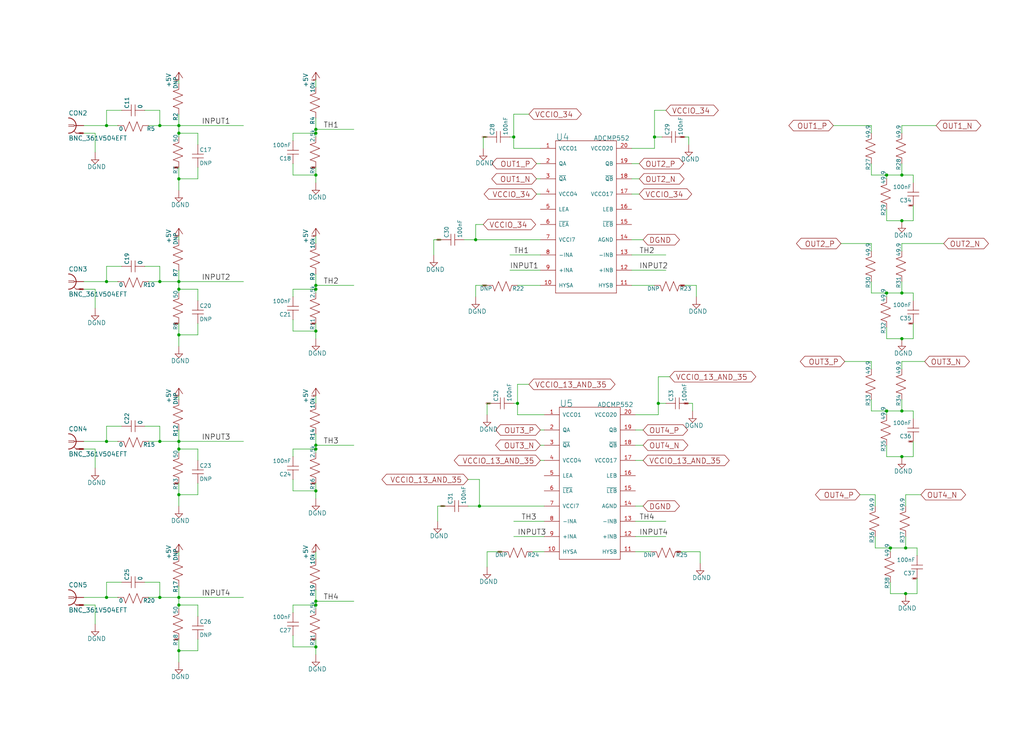
<source format=kicad_sch>
(kicad_sch (version 20231120) (generator "eeschema") (generator_version "8.0")
  (paper "User" 341.757 246.99)
  (lib_symbols
    (symbol "carrier-eagle-import:+5V" (power) (pin_names (offset 1.016))
      (property "Value" "+5V" (at -2.54 -5.08 90))
      (symbol "+5V_1_0"
        (pin power_in line (at 0 -2.54 90) (length 2.54) (name "+5V") (number "1"))
      )
    )
    (symbol "carrier-eagle-import:ADCMP552" (pin_names (offset 1.016))
      (property "Reference" "U" (at -10.16 25.4 0))
      (property "Value" "ADCMP552" (at 2.54 25.4 0))
      (symbol "ADCMP552_1_0"
        (pin bidirectional line (at -15.24 22.86 0) (length 5.08) (name "VCCO1") (number "1"))
        (pin bidirectional line (at -15.24 -22.86 0) (length 5.08) (name "HYSA") (number "10"))
        (pin bidirectional line (at 15.24 -22.86 180) (length 5.08) (name "HYSB") (number "11"))
        (pin bidirectional line (at 15.24 -17.78 180) (length 5.08) (name "+INB") (number "12"))
        (pin bidirectional line (at 15.24 -12.7 180) (length 5.08) (name "-INB") (number "13"))
        (pin bidirectional line (at 15.24 -7.62 180) (length 5.08) (name "AGND") (number "14"))
        (pin bidirectional line (at 15.24 -2.54 180) (length 5.08) (name "~{LEB}") (number "15"))
        (pin bidirectional line (at 15.24 2.54 180) (length 5.08) (name "LEB") (number "16"))
        (pin bidirectional line (at 15.24 7.62 180) (length 5.08) (name "VCCO17") (number "17"))
        (pin bidirectional line (at 15.24 12.7 180) (length 5.08) (name "~{QB}") (number "18"))
        (pin bidirectional line (at 15.24 17.78 180) (length 5.08) (name "QB") (number "19"))
        (pin bidirectional line (at -15.24 17.78 0) (length 5.08) (name "QA") (number "2"))
        (pin bidirectional line (at 15.24 22.86 180) (length 5.08) (name "VCCO20") (number "20"))
        (pin bidirectional line (at -15.24 12.7 0) (length 5.08) (name "~{QA}") (number "3"))
        (pin bidirectional line (at -15.24 7.62 0) (length 5.08) (name "VCCO4") (number "4"))
        (pin bidirectional line (at -15.24 2.54 0) (length 5.08) (name "LEA") (number "5"))
        (pin bidirectional line (at -15.24 -2.54 0) (length 5.08) (name "~{LEA}") (number "6"))
        (pin bidirectional line (at -15.24 -7.62 0) (length 5.08) (name "VCCI7") (number "7"))
        (pin bidirectional line (at -15.24 -12.7 0) (length 5.08) (name "-INA") (number "8"))
        (pin bidirectional line (at -15.24 -17.78 0) (length 5.08) (name "+INA") (number "9"))
      )
    )
    (symbol "carrier-eagle-import:BNC_361V504EFT" (pin_names (offset 1.016))
      (property "Reference" "CON" (at -5.08 3.302 0))
      (property "Value" "BNC_361V504EFT" (at -5.08 -5.08 0))
      (symbol "BNC_361V504EFT_1_0"
        (pin bidirectional line (at 0 -2.54 180) (length 2.54) (name "2") (number "GND$1"))
        (pin bidirectional line (at 0 -2.54 180) (length 2.54) (name "2") (number "GND$2"))
        (pin passive line (at 0 0 180) (length 2.54) (name "1") (number "P$1"))
      )
    )
    (symbol "carrier-eagle-import:C_MLCC_SMDCMLCC_0603" (pin_names (offset 1.016))
      (property "Reference" "C" (at 0.5588 0.0508 0))
      (property "Value" "C_MLCC_SMDCMLCC_0603" (at 0.5588 -4.3688 0))
      (symbol "C_MLCC_SMDCMLCC_0603_1_0"
        (pin passive line (at 0 2.54 270) (length 0) (name "1") (number "P$1"))
        (pin passive line (at 0 -5.08 90) (length 0) (name "2") (number "P$2"))
      )
    )
    (symbol "carrier-eagle-import:DGND" (power) (pin_names (offset 1.016))
      (property "Value" "DGND" (at -2.667 -3.175 0))
      (symbol "DGND_1_0"
        (pin power_in line (at 0 2.54 270) (length 2.54) (name "DGND") (number "1"))
      )
    )
    (symbol "carrier-eagle-import:R_SMDR0603" (pin_names (offset 1.016))
      (property "Reference" "R" (at -7.2898 0.3048 0))
      (property "Value" "R_SMDR0603" (at 3.3274 0.3048 0))
      (symbol "R_SMDR0603_1_0"
        (pin passive line (at -5.08 0 0) (length 0) (name "1") (number "P$1"))
        (pin passive line (at 5.08 0 180) (length 0) (name "2") (number "P$2"))
      )
    )
  )
  (junction (at 105.41 149.86))
  (junction (at 160.02 168.91))
  (junction (at 53.34 147.32))
  (junction (at 105.41 110.49))
  (junction (at 105.41 43.18))
  (junction (at 300.99 58.42))
  (junction (at 172.72 134.62))
  (junction (at 105.41 201.93))
  (junction (at 300.99 97.79))
  (junction (at 297.18 182.88))
  (junction (at 53.34 41.91))
  (junction (at 59.69 147.32))
  (junction (at 300.99 73.66))
  (junction (at 295.91 58.42))
  (junction (at 59.69 41.91))
  (junction (at 59.69 96.52))
  (junction (at 105.41 200.66))
  (junction (at 105.41 163.83))
  (junction (at 53.34 93.98))
  (junction (at 59.69 111.76))
  (junction (at 105.41 44.45))
  (junction (at 59.69 199.39))
  (junction (at 59.69 201.93))
  (junction (at 59.69 217.17))
  (junction (at 219.71 134.62))
  (junction (at 35.56 199.39))
  (junction (at 59.69 59.69))
  (junction (at 59.69 93.98))
  (junction (at 300.99 113.03))
  (junction (at 59.69 165.1))
  (junction (at 35.56 93.98))
  (junction (at 59.69 149.86))
  (junction (at 295.91 137.16))
  (junction (at 295.91 97.79))
  (junction (at 105.41 215.9))
  (junction (at 302.26 182.88))
  (junction (at 302.26 198.12))
  (junction (at 35.56 41.91))
  (junction (at 300.99 137.16))
  (junction (at 105.41 95.25))
  (junction (at 218.44 45.72))
  (junction (at 171.45 45.72))
  (junction (at 59.69 44.45))
  (junction (at 35.56 147.32))
  (junction (at 53.34 199.39))
  (junction (at 105.41 148.59))
  (junction (at 105.41 96.52))
  (junction (at 158.75 80.01))
  (junction (at 300.99 152.4))
  (junction (at 105.41 58.42))
  (wire (pts (xy 40.64 88.9) (xy 35.56 88.9)))
  (wire (pts (xy 59.69 199.39) (xy 81.28 199.39)))
  (wire (pts (xy 232.41 95.25) (xy 232.41 99.06)))
  (wire (pts (xy 212.09 143.51) (xy 214.63 143.51)))
  (wire (pts (xy 219.71 138.43) (xy 212.09 138.43)))
  (wire (pts (xy 66.04 55.88) (xy 66.04 59.69)))
  (wire (pts (xy 105.41 39.37) (xy 105.41 43.18)))
  (wire (pts (xy 66.04 96.52) (xy 66.04 100.33)))
  (wire (pts (xy 53.34 194.31) (xy 53.34 199.39)))
  (wire (pts (xy 210.82 59.69) (xy 213.36 59.69)))
  (wire (pts (xy 300.99 120.65) (xy 308.61 120.65)))
  (wire (pts (xy 300.99 152.4) (xy 295.91 152.4)))
  (wire (pts (xy 59.69 165.1) (xy 59.69 168.91)))
  (wire (pts (xy 300.99 83.82) (xy 300.99 81.28)))
  (wire (pts (xy 302.26 182.88) (xy 297.18 182.88)))
  (wire (pts (xy 97.79 46.99) (xy 97.79 44.45)))
  (wire (pts (xy 146.05 168.91) (xy 146.05 173.99)))
  (wire (pts (xy 105.41 95.25) (xy 118.11 95.25)))
  (wire (pts (xy 210.82 85.09) (xy 222.25 85.09)))
  (wire (pts (xy 290.83 133.35) (xy 290.83 137.16)))
  (wire (pts (xy 171.45 49.53) (xy 180.34 49.53)))
  (wire (pts (xy 53.34 199.39) (xy 59.69 199.39)))
  (wire (pts (xy 290.83 44.45) (xy 290.83 41.91)))
  (wire (pts (xy 97.79 99.06) (xy 97.79 96.52)))
  (wire (pts (xy 105.41 26.67) (xy 105.41 29.21)))
  (wire (pts (xy 212.09 148.59) (xy 214.63 148.59)))
  (wire (pts (xy 105.41 148.59) (xy 118.11 148.59)))
  (wire (pts (xy 97.79 215.9) (xy 105.41 215.9)))
  (wire (pts (xy 59.69 44.45) (xy 66.04 44.45)))
  (wire (pts (xy 59.69 44.45) (xy 59.69 45.72)))
  (wire (pts (xy 35.56 88.9) (xy 35.56 93.98)))
  (wire (pts (xy 292.1 168.91) (xy 292.1 165.1)))
  (wire (pts (xy 105.41 215.9) (xy 105.41 218.44)))
  (wire (pts (xy 181.61 168.91) (xy 160.02 168.91)))
  (wire (pts (xy 306.07 193.04) (xy 306.07 198.12)))
  (wire (pts (xy 233.68 184.15) (xy 233.68 187.96)))
  (wire (pts (xy 59.69 93.98) (xy 81.28 93.98)))
  (wire (pts (xy 27.94 201.93) (xy 31.75 201.93)))
  (wire (pts (xy 302.26 165.1) (xy 307.34 165.1)))
  (wire (pts (xy 181.61 184.15) (xy 177.8 184.15)))
  (wire (pts (xy 295.91 97.79) (xy 295.91 99.06)))
  (wire (pts (xy 300.99 123.19) (xy 300.99 120.65)))
  (wire (pts (xy 59.69 107.95) (xy 59.69 111.76)))
  (wire (pts (xy 27.94 149.86) (xy 31.75 149.86)))
  (wire (pts (xy 147.32 80.01) (xy 144.78 80.01)))
  (wire (pts (xy 59.69 213.36) (xy 59.69 217.17)))
  (wire (pts (xy 53.34 41.91) (xy 59.69 41.91)))
  (wire (pts (xy 210.82 80.01) (xy 214.63 80.01)))
  (wire (pts (xy 181.61 173.99) (xy 171.45 173.99)))
  (wire (pts (xy 300.99 113.03) (xy 295.91 113.03)))
  (wire (pts (xy 229.87 45.72) (xy 229.87 48.26)))
  (wire (pts (xy 59.69 41.91) (xy 81.28 41.91)))
  (wire (pts (xy 105.41 44.45) (xy 105.41 45.72)))
  (wire (pts (xy 210.82 64.77) (xy 213.36 64.77)))
  (wire (pts (xy 49.53 199.39) (xy 53.34 199.39)))
  (wire (pts (xy 53.34 36.83) (xy 53.34 41.91)))
  (wire (pts (xy 176.53 128.27) (xy 172.72 128.27)))
  (wire (pts (xy 212.09 153.67) (xy 214.63 153.67)))
  (wire (pts (xy 219.71 125.73) (xy 219.71 134.62)))
  (wire (pts (xy 97.79 58.42) (xy 105.41 58.42)))
  (wire (pts (xy 66.04 44.45) (xy 66.04 48.26)))
  (wire (pts (xy 35.56 142.24) (xy 35.56 147.32)))
  (wire (pts (xy 59.69 217.17) (xy 59.69 220.98)))
  (wire (pts (xy 156.21 160.02) (xy 160.02 160.02)))
  (wire (pts (xy 292.1 165.1) (xy 287.02 165.1)))
  (wire (pts (xy 295.91 113.03) (xy 295.91 109.22)))
  (wire (pts (xy 97.79 152.4) (xy 97.79 149.86)))
  (wire (pts (xy 180.34 80.01) (xy 158.75 80.01)))
  (wire (pts (xy 290.83 97.79) (xy 295.91 97.79)))
  (wire (pts (xy 300.99 54.61) (xy 300.99 58.42)))
  (wire (pts (xy 97.79 54.61) (xy 97.79 58.42)))
  (wire (pts (xy 59.69 132.08) (xy 59.69 133.35)))
  (wire (pts (xy 228.6 95.25) (xy 232.41 95.25)))
  (wire (pts (xy 59.69 26.67) (xy 59.69 27.94)))
  (wire (pts (xy 304.8 68.58) (xy 304.8 73.66)))
  (wire (pts (xy 40.64 142.24) (xy 35.56 142.24)))
  (wire (pts (xy 105.41 213.36) (xy 105.41 215.9)))
  (wire (pts (xy 180.34 85.09) (xy 170.18 85.09)))
  (wire (pts (xy 300.99 58.42) (xy 295.91 58.42)))
  (wire (pts (xy 105.41 43.18) (xy 118.11 43.18)))
  (wire (pts (xy 48.26 194.31) (xy 53.34 194.31)))
  (wire (pts (xy 181.61 148.59) (xy 180.34 148.59)))
  (wire (pts (xy 66.04 149.86) (xy 66.04 153.67)))
  (wire (pts (xy 223.52 125.73) (xy 219.71 125.73)))
  (wire (pts (xy 295.91 58.42) (xy 295.91 59.69)))
  (wire (pts (xy 228.6 45.72) (xy 229.87 45.72)))
  (wire (pts (xy 53.34 147.32) (xy 59.69 147.32)))
  (wire (pts (xy 97.79 201.93) (xy 105.41 201.93)))
  (wire (pts (xy 27.94 44.45) (xy 31.75 44.45)))
  (wire (pts (xy 300.99 137.16) (xy 304.8 137.16)))
  (wire (pts (xy 59.69 201.93) (xy 59.69 203.2)))
  (wire (pts (xy 304.8 97.79) (xy 304.8 100.33)))
  (wire (pts (xy 97.79 204.47) (xy 97.79 201.93)))
  (wire (pts (xy 27.94 93.98) (xy 35.56 93.98)))
  (wire (pts (xy 35.56 41.91) (xy 39.37 41.91)))
  (wire (pts (xy 300.99 73.66) (xy 295.91 73.66)))
  (wire (pts (xy 105.41 200.66) (xy 118.11 200.66)))
  (wire (pts (xy 59.69 147.32) (xy 81.28 147.32)))
  (wire (pts (xy 212.09 184.15) (xy 217.17 184.15)))
  (wire (pts (xy 180.34 90.17) (xy 170.18 90.17)))
  (wire (pts (xy 49.53 147.32) (xy 53.34 147.32)))
  (wire (pts (xy 66.04 201.93) (xy 66.04 205.74)))
  (wire (pts (xy 304.8 152.4) (xy 300.99 152.4)))
  (wire (pts (xy 290.83 123.19) (xy 290.83 120.65)))
  (wire (pts (xy 59.69 149.86) (xy 59.69 151.13)))
  (wire (pts (xy 218.44 49.53) (xy 210.82 49.53)))
  (wire (pts (xy 48.26 142.24) (xy 53.34 142.24)))
  (wire (pts (xy 300.99 93.98) (xy 300.99 97.79)))
  (wire (pts (xy 231.14 134.62) (xy 231.14 137.16)))
  (wire (pts (xy 180.34 54.61) (xy 179.07 54.61)))
  (wire (pts (xy 27.94 147.32) (xy 35.56 147.32)))
  (wire (pts (xy 27.94 199.39) (xy 35.56 199.39)))
  (wire (pts (xy 180.34 64.77) (xy 179.07 64.77)))
  (wire (pts (xy 59.69 78.74) (xy 59.69 80.01)))
  (wire (pts (xy 59.69 93.98) (xy 59.69 96.52)))
  (wire (pts (xy 181.61 143.51) (xy 180.34 143.51)))
  (wire (pts (xy 300.99 133.35) (xy 300.99 137.16)))
  (wire (pts (xy 302.26 168.91) (xy 302.26 165.1)))
  (wire (pts (xy 222.25 173.99) (xy 212.09 173.99)))
  (wire (pts (xy 180.34 95.25) (xy 172.72 95.25)))
  (wire (pts (xy 181.61 179.07) (xy 171.45 179.07)))
  (wire (pts (xy 290.83 81.28) (xy 280.67 81.28)))
  (wire (pts (xy 66.04 59.69) (xy 59.69 59.69)))
  (wire (pts (xy 300.99 97.79) (xy 304.8 97.79)))
  (wire (pts (xy 295.91 152.4) (xy 295.91 148.59)))
  (wire (pts (xy 97.79 212.09) (xy 97.79 215.9)))
  (wire (pts (xy 59.69 38.1) (xy 59.69 41.91)))
  (wire (pts (xy 97.79 106.68) (xy 97.79 110.49)))
  (wire (pts (xy 300.99 81.28) (xy 314.96 81.28)))
  (wire (pts (xy 35.56 199.39) (xy 39.37 199.39)))
  (wire (pts (xy 302.26 198.12) (xy 297.18 198.12)))
  (wire (pts (xy 160.02 168.91) (xy 156.21 168.91)))
  (wire (pts (xy 167.64 184.15) (xy 162.56 184.15)))
  (wire (pts (xy 304.8 113.03) (xy 300.99 113.03)))
  (wire (pts (xy 105.41 58.42) (xy 105.41 60.96)))
  (wire (pts (xy 306.07 182.88) (xy 306.07 185.42)))
  (wire (pts (xy 31.75 96.52) (xy 31.75 102.87)))
  (wire (pts (xy 59.69 96.52) (xy 59.69 97.79)))
  (wire (pts (xy 35.56 147.32) (xy 39.37 147.32)))
  (wire (pts (xy 105.41 184.15) (xy 105.41 186.69)))
  (wire (pts (xy 59.69 149.86) (xy 66.04 149.86)))
  (wire (pts (xy 218.44 45.72) (xy 220.98 45.72)))
  (wire (pts (xy 171.45 134.62) (xy 172.72 134.62)))
  (wire (pts (xy 105.41 148.59) (xy 105.41 149.86)))
  (wire (pts (xy 292.1 179.07) (xy 292.1 182.88)))
  (wire (pts (xy 66.04 217.17) (xy 59.69 217.17)))
  (wire (pts (xy 48.26 36.83) (xy 53.34 36.83)))
  (wire (pts (xy 304.8 73.66) (xy 300.99 73.66)))
  (wire (pts (xy 290.83 93.98) (xy 290.83 97.79)))
  (wire (pts (xy 49.53 93.98) (xy 53.34 93.98)))
  (wire (pts (xy 292.1 182.88) (xy 297.18 182.88)))
  (wire (pts (xy 290.83 137.16) (xy 295.91 137.16)))
  (wire (pts (xy 158.75 80.01) (xy 154.94 80.01)))
  (wire (pts (xy 59.69 41.91) (xy 59.69 44.45)))
  (wire (pts (xy 144.78 80.01) (xy 144.78 85.09)))
  (wire (pts (xy 172.72 134.62) (xy 172.72 138.43)))
  (wire (pts (xy 35.56 93.98) (xy 39.37 93.98)))
  (wire (pts (xy 97.79 149.86) (xy 105.41 149.86)))
  (wire (pts (xy 59.69 195.58) (xy 59.69 199.39)))
  (wire (pts (xy 229.87 134.62) (xy 231.14 134.62)))
  (wire (pts (xy 219.71 134.62) (xy 219.71 138.43)))
  (wire (pts (xy 59.69 147.32) (xy 59.69 149.86)))
  (wire (pts (xy 290.83 41.91) (xy 278.13 41.91)))
  (wire (pts (xy 148.59 168.91) (xy 146.05 168.91)))
  (wire (pts (xy 300.99 58.42) (xy 304.8 58.42)))
  (wire (pts (xy 53.34 142.24) (xy 53.34 147.32)))
  (wire (pts (xy 59.69 201.93) (xy 66.04 201.93)))
  (wire (pts (xy 53.34 88.9) (xy 53.34 93.98)))
  (wire (pts (xy 40.64 194.31) (xy 35.56 194.31)))
  (wire (pts (xy 105.41 149.86) (xy 105.41 151.13)))
  (wire (pts (xy 97.79 96.52) (xy 105.41 96.52)))
  (wire (pts (xy 66.04 213.36) (xy 66.04 217.17)))
  (wire (pts (xy 158.75 95.25) (xy 158.75 99.06)))
  (wire (pts (xy 290.83 54.61) (xy 290.83 58.42)))
  (wire (pts (xy 105.41 163.83) (xy 105.41 166.37)))
  (wire (pts (xy 97.79 44.45) (xy 105.41 44.45)))
  (wire (pts (xy 304.8 58.42) (xy 304.8 60.96)))
  (wire (pts (xy 31.75 201.93) (xy 31.75 208.28)))
  (wire (pts (xy 35.56 194.31) (xy 35.56 199.39)))
  (wire (pts (xy 210.82 90.17) (xy 222.25 90.17)))
  (wire (pts (xy 297.18 198.12) (xy 297.18 194.31)))
  (wire (pts (xy 304.8 107.95) (xy 304.8 113.03)))
  (wire (pts (xy 295.91 137.16) (xy 295.91 138.43)))
  (wire (pts (xy 105.41 132.08) (xy 105.41 134.62)))
  (wire (pts (xy 218.44 36.83) (xy 218.44 45.72)))
  (wire (pts (xy 49.53 41.91) (xy 53.34 41.91)))
  (wire (pts (xy 105.41 78.74) (xy 105.41 81.28)))
  (wire (pts (xy 27.94 96.52) (xy 31.75 96.52)))
  (wire (pts (xy 105.41 43.18) (xy 105.41 44.45)))
  (wire (pts (xy 162.56 184.15) (xy 162.56 189.23)))
  (wire (pts (xy 59.69 143.51) (xy 59.69 147.32)))
  (wire (pts (xy 158.75 80.01) (xy 158.75 74.93)))
  (wire (pts (xy 161.29 45.72) (xy 161.29 49.53)))
  (wire (pts (xy 105.41 96.52) (xy 105.41 97.79)))
  (wire (pts (xy 300.99 137.16) (xy 295.91 137.16)))
  (wire (pts (xy 59.69 55.88) (xy 59.69 59.69)))
  (wire (pts (xy 97.79 163.83) (xy 105.41 163.83)))
  (wire (pts (xy 105.41 107.95) (xy 105.41 110.49)))
  (wire (pts (xy 162.56 45.72) (xy 161.29 45.72)))
  (wire (pts (xy 218.44 36.83) (xy 222.25 36.83)))
  (wire (pts (xy 304.8 147.32) (xy 304.8 152.4)))
  (wire (pts (xy 302.26 179.07) (xy 302.26 182.88)))
  (wire (pts (xy 59.69 184.15) (xy 59.69 185.42)))
  (wire (pts (xy 222.25 179.07) (xy 212.09 179.07)))
  (wire (pts (xy 59.69 59.69) (xy 59.69 63.5)))
  (wire (pts (xy 66.04 161.29) (xy 66.04 165.1)))
  (wire (pts (xy 172.72 138.43) (xy 181.61 138.43)))
  (wire (pts (xy 66.04 111.76) (xy 59.69 111.76)))
  (wire (pts (xy 170.18 45.72) (xy 171.45 45.72)))
  (wire (pts (xy 105.41 161.29) (xy 105.41 163.83)))
  (wire (pts (xy 302.26 182.88) (xy 306.07 182.88)))
  (wire (pts (xy 105.41 200.66) (xy 105.41 201.93)))
  (wire (pts (xy 53.34 93.98) (xy 59.69 93.98)))
  (wire (pts (xy 171.45 38.1) (xy 176.53 38.1)))
  (wire (pts (xy 59.69 96.52) (xy 66.04 96.52)))
  (wire (pts (xy 105.41 201.93) (xy 105.41 203.2)))
  (wire (pts (xy 105.41 144.78) (xy 105.41 148.59)))
  (wire (pts (xy 105.41 55.88) (xy 105.41 58.42)))
  (wire (pts (xy 227.33 184.15) (xy 233.68 184.15)))
  (wire (pts (xy 105.41 110.49) (xy 105.41 113.03)))
  (wire (pts (xy 66.04 107.95) (xy 66.04 111.76)))
  (wire (pts (xy 48.26 88.9) (xy 53.34 88.9)))
  (wire (pts (xy 105.41 95.25) (xy 105.41 96.52)))
  (wire (pts (xy 97.79 110.49) (xy 105.41 110.49)))
  (wire (pts (xy 306.07 198.12) (xy 302.26 198.12)))
  (wire (pts (xy 59.69 90.17) (xy 59.69 93.98)))
  (wire (pts (xy 290.83 120.65) (xy 281.94 120.65)))
  (wire (pts (xy 66.04 165.1) (xy 59.69 165.1)))
  (wire (pts (xy 171.45 38.1) (xy 171.45 45.72)))
  (wire (pts (xy 31.75 44.45) (xy 31.75 50.8)))
  (wire (pts (xy 59.69 161.29) (xy 59.69 165.1)))
  (wire (pts (xy 105.41 91.44) (xy 105.41 95.25)))
  (wire (pts (xy 210.82 95.25) (xy 218.44 95.25)))
  (wire (pts (xy 290.83 83.82) (xy 290.83 81.28)))
  (wire (pts (xy 59.69 111.76) (xy 59.69 115.57)))
  (wire (pts (xy 160.02 160.02) (xy 160.02 168.91)))
  (wire (pts (xy 59.69 199.39) (xy 59.69 201.93)))
  (wire (pts (xy 297.18 182.88) (xy 297.18 184.15)))
  (wire (pts (xy 40.64 36.83) (xy 35.56 36.83)))
  (wire (pts (xy 158.75 74.93) (xy 161.29 74.93)))
  (wire (pts (xy 300.99 41.91) (xy 312.42 41.91)))
  (wire (pts (xy 290.83 58.42) (xy 295.91 58.42)))
  (wire (pts (xy 97.79 160.02) (xy 97.79 163.83)))
  (wire (pts (xy 162.56 95.25) (xy 158.75 95.25)))
  (wire (pts (xy 35.56 36.83) (xy 35.56 41.91)))
  (wire (pts (xy 219.71 134.62) (xy 222.25 134.62)))
  (wire (pts (xy 218.44 45.72) (xy 218.44 49.53)))
  (wire (pts (xy 304.8 137.16) (xy 304.8 139.7)))
  (wire (pts (xy 172.72 128.27) (xy 172.72 134.62)))
  (wire (pts (xy 105.41 196.85) (xy 105.41 200.66)))
  (wire (pts (xy 171.45 45.72) (xy 171.45 49.53)))
  (wire (pts (xy 162.56 134.62) (xy 162.56 138.43)))
  (wire (pts (xy 180.34 59.69) (xy 179.07 59.69)))
  (wire (pts (xy 295.91 73.66) (xy 295.91 69.85)))
  (wire (pts (xy 212.09 168.91) (xy 214.63 168.91)))
  (wire (pts (xy 31.75 149.86) (xy 31.75 156.21)))
  (wire (pts (xy 27.94 41.91) (xy 35.56 41.91)))
  (wire (pts (xy 300.99 44.45) (xy 300.99 41.91)))
  (wire (pts (xy 181.61 153.67) (xy 180.34 153.67)))
  (wire (pts (xy 210.82 54.61) (xy 213.36 54.61)))
  (wire (pts (xy 163.83 134.62) (xy 162.56 134.62)))
  (wire (pts (xy 300.99 97.79) (xy 295.91 97.79)))
  (label "TH3" (at 173.99 173.99 0) (effects (font (size 1.778 1.778))))
  (label "TH2" (at 213.36 85.09 0) (effects (font (size 1.778 1.778))))
  (label "TH4" (at 107.95 200.66 0) (effects (font (size 1.778 1.778))))
  (label "TH4" (at 213.36 173.99 0) (effects (font (size 1.778 1.778))))
  (label "INPUT4" (at 67.31 199.39 0) (effects (font (size 1.778 1.778))))
  (label "INPUT4" (at 213.36 179.07 0) (effects (font (size 1.778 1.778))))
  (label "INPUT2" (at 67.31 93.98 0) (effects (font (size 1.778 1.778))))
  (label "TH1" (at 171.45 85.09 0) (effects (font (size 1.778 1.778))))
  (label "INPUT1" (at 67.31 41.91 0) (effects (font (size 1.778 1.778))))
  (label "INPUT1" (at 170.18 90.17 0) (effects (font (size 1.778 1.778))))
  (label "INPUT3" (at 172.72 179.07 0) (effects (font (size 1.778 1.778))))
  (label "INPUT2" (at 213.36 90.17 0) (effects (font (size 1.778 1.778))))
  (label "TH2" (at 107.95 95.25 0) (effects (font (size 1.778 1.778))))
  (label "TH3" (at 107.95 148.59 0) (effects (font (size 1.778 1.778))))
  (label "INPUT3" (at 67.31 147.32 0) (effects (font (size 1.778 1.778))))
  (label "TH1" (at 107.95 43.18 0) (effects (font (size 1.778 1.778))))
  (global_label "OUT4_N" (shape bidirectional) (at 214.63 148.59 0) (effects (font (size 1.778 1.778))) (property "Intersheetrefs" "${INTERSHEET_REFS}" (effects (hide yes))))
  (global_label "OUT1_N" (shape bidirectional) (at 179.07 59.69 180) (effects (font (size 1.778 1.778))) (property "Intersheetrefs" "${INTERSHEET_REFS}" (effects (hide yes))))
  (global_label "DGND" (shape bidirectional) (at 105.41 161.29 180) (effects (font (size 0.254 0.254))) (property "Intersheetrefs" "${INTERSHEET_REFS}" (effects (hide yes))))
  (global_label "OUT2_P" (shape bidirectional) (at 280.67 81.28 180) (effects (font (size 1.778 1.778))) (property "Intersheetrefs" "${INTERSHEET_REFS}" (effects (hide yes))))
  (global_label "VCCIO_34" (shape bidirectional) (at 213.36 64.77 0) (effects (font (size 1.778 1.778))) (property "Intersheetrefs" "${INTERSHEET_REFS}" (effects (hide yes))))
  (global_label "OUT4_P" (shape bidirectional) (at 214.63 143.51 0) (effects (font (size 1.778 1.778))) (property "Intersheetrefs" "${INTERSHEET_REFS}" (effects (hide yes))))
  (global_label "+5V" (shape bidirectional) (at 59.69 78.74 180) (effects (font (size 0.254 0.254))) (property "Intersheetrefs" "${INTERSHEET_REFS}" (effects (hide yes))))
  (global_label "DGND" (shape bidirectional) (at 105.41 107.95 180) (effects (font (size 0.254 0.254))) (property "Intersheetrefs" "${INTERSHEET_REFS}" (effects (hide yes))))
  (global_label "OUT3_N" (shape bidirectional) (at 180.34 148.59 180) (effects (font (size 1.778 1.778))) (property "Intersheetrefs" "${INTERSHEET_REFS}" (effects (hide yes))))
  (global_label "OUT2_N" (shape bidirectional) (at 213.36 59.69 0) (effects (font (size 1.778 1.778))) (property "Intersheetrefs" "${INTERSHEET_REFS}" (effects (hide yes))))
  (global_label "DGND" (shape bidirectional) (at 105.41 213.36 180) (effects (font (size 0.254 0.254))) (property "Intersheetrefs" "${INTERSHEET_REFS}" (effects (hide yes))))
  (global_label "VCCIO_34" (shape bidirectional) (at 222.25 36.83 0) (effects (font (size 1.778 1.778))) (property "Intersheetrefs" "${INTERSHEET_REFS}" (effects (hide yes))))
  (global_label "+5V" (shape bidirectional) (at 59.69 184.15 180) (effects (font (size 0.254 0.254))) (property "Intersheetrefs" "${INTERSHEET_REFS}" (effects (hide yes))))
  (global_label "DGND" (shape bidirectional) (at 27.94 44.45 180) (effects (font (size 0.254 0.254))) (property "Intersheetrefs" "${INTERSHEET_REFS}" (effects (hide yes))))
  (global_label "VCCIO_13_AND_35" (shape bidirectional) (at 223.52 125.73 0) (effects (font (size 1.778 1.778))) (property "Intersheetrefs" "${INTERSHEET_REFS}" (effects (hide yes))))
  (global_label "DGND" (shape bidirectional) (at 162.56 45.72 180) (effects (font (size 0.254 0.254))) (property "Intersheetrefs" "${INTERSHEET_REFS}" (effects (hide yes))))
  (global_label "OUT1_P" (shape bidirectional) (at 278.13 41.91 180) (effects (font (size 1.778 1.778))) (property "Intersheetrefs" "${INTERSHEET_REFS}" (effects (hide yes))))
  (global_label "DGND" (shape bidirectional) (at 304.8 147.32 180) (effects (font (size 0.254 0.254))) (property "Intersheetrefs" "${INTERSHEET_REFS}" (effects (hide yes))))
  (global_label "DGND" (shape bidirectional) (at 105.41 55.88 180) (effects (font (size 0.254 0.254))) (property "Intersheetrefs" "${INTERSHEET_REFS}" (effects (hide yes))))
  (global_label "VCCIO_34" (shape bidirectional) (at 161.29 74.93 0) (effects (font (size 1.778 1.778))) (property "Intersheetrefs" "${INTERSHEET_REFS}" (effects (hide yes))))
  (global_label "OUT1_N" (shape bidirectional) (at 312.42 41.91 0) (effects (font (size 1.778 1.778))) (property "Intersheetrefs" "${INTERSHEET_REFS}" (effects (hide yes))))
  (global_label "+5V" (shape bidirectional) (at 105.41 132.08 180) (effects (font (size 0.254 0.254))) (property "Intersheetrefs" "${INTERSHEET_REFS}" (effects (hide yes))))
  (global_label "DGND" (shape bidirectional) (at 304.8 68.58 180) (effects (font (size 0.254 0.254))) (property "Intersheetrefs" "${INTERSHEET_REFS}" (effects (hide yes))))
  (global_label "VCCIO_13_AND_35" (shape bidirectional) (at 176.53 128.27 0) (effects (font (size 1.778 1.778))) (property "Intersheetrefs" "${INTERSHEET_REFS}" (effects (hide yes))))
  (global_label "DGND" (shape bidirectional) (at 27.94 201.93 180) (effects (font (size 0.254 0.254))) (property "Intersheetrefs" "${INTERSHEET_REFS}" (effects (hide yes))))
  (global_label "OUT1_P" (shape bidirectional) (at 179.07 54.61 180) (effects (font (size 1.778 1.778))) (property "Intersheetrefs" "${INTERSHEET_REFS}" (effects (hide yes))))
  (global_label "OUT3_N" (shape bidirectional) (at 308.61 120.65 0) (effects (font (size 1.778 1.778))) (property "Intersheetrefs" "${INTERSHEET_REFS}" (effects (hide yes))))
  (global_label "OUT4_P" (shape bidirectional) (at 287.02 165.1 180) (effects (font (size 1.778 1.778))) (property "Intersheetrefs" "${INTERSHEET_REFS}" (effects (hide yes))))
  (global_label "DGND" (shape bidirectional) (at 214.63 168.91 0) (effects (font (size 1.778 1.778))) (property "Intersheetrefs" "${INTERSHEET_REFS}" (effects (hide yes))))
  (global_label "DGND" (shape bidirectional) (at 59.69 161.29 180) (effects (font (size 0.254 0.254))) (property "Intersheetrefs" "${INTERSHEET_REFS}" (effects (hide yes))))
  (global_label "DGND" (shape bidirectional) (at 27.94 149.86 180) (effects (font (size 0.254 0.254))) (property "Intersheetrefs" "${INTERSHEET_REFS}" (effects (hide yes))))
  (global_label "DGND" (shape bidirectional) (at 59.69 107.95 180) (effects (font (size 0.254 0.254))) (property "Intersheetrefs" "${INTERSHEET_REFS}" (effects (hide yes))))
  (global_label "+5V" (shape bidirectional) (at 105.41 78.74 180) (effects (font (size 0.254 0.254))) (property "Intersheetrefs" "${INTERSHEET_REFS}" (effects (hide yes))))
  (global_label "OUT3_P" (shape bidirectional) (at 281.94 120.65 180) (effects (font (size 1.778 1.778))) (property "Intersheetrefs" "${INTERSHEET_REFS}" (effects (hide yes))))
  (global_label "+5V" (shape bidirectional) (at 105.41 184.15 180) (effects (font (size 0.254 0.254))) (property "Intersheetrefs" "${INTERSHEET_REFS}" (effects (hide yes))))
  (global_label "DGND" (shape bidirectional) (at 167.64 184.15 180) (effects (font (size 0.254 0.254))) (property "Intersheetrefs" "${INTERSHEET_REFS}" (effects (hide yes))))
  (global_label "OUT2_N" (shape bidirectional) (at 314.96 81.28 0) (effects (font (size 1.778 1.778))) (property "Intersheetrefs" "${INTERSHEET_REFS}" (effects (hide yes))))
  (global_label "DGND" (shape bidirectional) (at 162.56 95.25 180) (effects (font (size 0.254 0.254))) (property "Intersheetrefs" "${INTERSHEET_REFS}" (effects (hide yes))))
  (global_label "VCCIO_13_AND_35" (shape bidirectional) (at 156.21 160.02 180) (effects (font (size 1.778 1.778))) (property "Intersheetrefs" "${INTERSHEET_REFS}" (effects (hide yes))))
  (global_label "DGND" (shape bidirectional) (at 304.8 107.95 180) (effects (font (size 0.254 0.254))) (property "Intersheetrefs" "${INTERSHEET_REFS}" (effects (hide yes))))
  (global_label "DGND" (shape bidirectional) (at 59.69 55.88 180) (effects (font (size 0.254 0.254))) (property "Intersheetrefs" "${INTERSHEET_REFS}" (effects (hide yes))))
  (global_label "OUT2_P" (shape bidirectional) (at 213.36 54.61 0) (effects (font (size 1.778 1.778))) (property "Intersheetrefs" "${INTERSHEET_REFS}" (effects (hide yes))))
  (global_label "DGND" (shape bidirectional) (at 163.83 134.62 180) (effects (font (size 0.254 0.254))) (property "Intersheetrefs" "${INTERSHEET_REFS}" (effects (hide yes))))
  (global_label "DGND" (shape bidirectional) (at 214.63 80.01 0) (effects (font (size 1.778 1.778))) (property "Intersheetrefs" "${INTERSHEET_REFS}" (effects (hide yes))))
  (global_label "DGND" (shape bidirectional) (at 147.32 80.01 180) (effects (font (size 0.254 0.254))) (property "Intersheetrefs" "${INTERSHEET_REFS}" (effects (hide yes))))
  (global_label "+5V" (shape bidirectional) (at 59.69 132.08 180) (effects (font (size 0.254 0.254))) (property "Intersheetrefs" "${INTERSHEET_REFS}" (effects (hide yes))))
  (global_label "VCCIO_13_AND_35" (shape bidirectional) (at 214.63 153.67 0) (effects (font (size 1.778 1.778))) (property "Intersheetrefs" "${INTERSHEET_REFS}" (effects (hide yes))))
  (global_label "+5V" (shape bidirectional) (at 105.41 26.67 180) (effects (font (size 0.254 0.254))) (property "Intersheetrefs" "${INTERSHEET_REFS}" (effects (hide yes))))
  (global_label "VCCIO_34" (shape bidirectional) (at 176.53 38.1 0) (effects (font (size 1.778 1.778))) (property "Intersheetrefs" "${INTERSHEET_REFS}" (effects (hide yes))))
  (global_label "VCCIO_13_AND_35" (shape bidirectional) (at 180.34 153.67 180) (effects (font (size 1.778 1.778))) (property "Intersheetrefs" "${INTERSHEET_REFS}" (effects (hide yes))))
  (global_label "DGND" (shape bidirectional) (at 228.6 45.72 180) (effects (font (size 0.254 0.254))) (property "Intersheetrefs" "${INTERSHEET_REFS}" (effects (hide yes))))
  (global_label "DGND" (shape bidirectional) (at 227.33 184.15 180) (effects (font (size 0.254 0.254))) (property "Intersheetrefs" "${INTERSHEET_REFS}" (effects (hide yes))))
  (global_label "DGND" (shape bidirectional) (at 59.69 213.36 180) (effects (font (size 0.254 0.254))) (property "Intersheetrefs" "${INTERSHEET_REFS}" (effects (hide yes))))
  (global_label "VCCIO_34" (shape bidirectional) (at 179.07 64.77 180) (effects (font (size 1.778 1.778))) (property "Intersheetrefs" "${INTERSHEET_REFS}" (effects (hide yes))))
  (global_label "DGND" (shape bidirectional) (at 306.07 193.04 180) (effects (font (size 0.254 0.254))) (property "Intersheetrefs" "${INTERSHEET_REFS}" (effects (hide yes))))
  (global_label "OUT4_N" (shape bidirectional) (at 307.34 165.1 0) (effects (font (size 1.778 1.778))) (property "Intersheetrefs" "${INTERSHEET_REFS}" (effects (hide yes))))
  (global_label "DGND" (shape bidirectional) (at 228.6 95.25 180) (effects (font (size 0.254 0.254))) (property "Intersheetrefs" "${INTERSHEET_REFS}" (effects (hide yes))))
  (global_label "DGND" (shape bidirectional) (at 229.87 134.62 180) (effects (font (size 0.254 0.254))) (property "Intersheetrefs" "${INTERSHEET_REFS}" (effects (hide yes))))
  (global_label "OUT3_P" (shape bidirectional) (at 180.34 143.51 180) (effects (font (size 1.778 1.778))) (property "Intersheetrefs" "${INTERSHEET_REFS}" (effects (hide yes))))
  (global_label "+5V" (shape bidirectional) (at 59.69 26.67 180) (effects (font (size 0.254 0.254))) (property "Intersheetrefs" "${INTERSHEET_REFS}" (effects (hide yes))))
  (global_label "DGND" (shape bidirectional) (at 27.94 96.52 180) (effects (font (size 0.254 0.254))) (property "Intersheetrefs" "${INTERSHEET_REFS}" (effects (hide yes))))
  (global_label "DGND" (shape bidirectional) (at 148.59 168.91 180) (effects (font (size 0.254 0.254))) (property "Intersheetrefs" "${INTERSHEET_REFS}" (effects (hide yes))))
  (symbol (lib_id "carrier-eagle-import:R_SMDR0603") (at 290.83 49.53 90) (unit 1)
    (property "Reference" "R27" (at 290.4998 56.8452 0) (effects (font (size 1.2954 1.2954)) (justify left bottom)))
    (property "Value" "49.9" (at 290.4998 46.2026 0) (effects (font (size 1.2954 1.2954)) (justify left bottom)))
    (property "Footprint" "carrier:R_0603" (effects (hide yes)))
    (property "DIGIKEY" "RR08Q49.9DCT-ND" (effects (hide yes)))
    (property "PARTNO" "RR0816Q-49R9-D-68R" (effects (hide yes)))
  )
  (symbol (lib_id "carrier-eagle-import:R_SMDR0603") (at 295.91 64.77 90) (unit 1)
    (property "Reference" "R29" (at 295.5798 72.0852 0) (effects (font (size 1.2954 1.2954)) (justify left bottom)))
    (property "Value" "49.9" (at 295.5798 61.4426 0) (effects (font (size 1.2954 1.2954)) (justify left bottom)))
    (property "Footprint" "carrier:R_0603" (effects (hide yes)))
    (property "DIGIKEY" "RR08Q49.9DCT-ND" (effects (hide yes)))
    (property "PARTNO" "RR0816Q-49R9-D-68R" (effects (hide yes)))
  )
  (symbol (lib_id "carrier-eagle-import:C_MLCC_SMDCMLCC_0603") (at 66.04 156.21 0) (unit 1)
    (property "Reference" "C23" (at 66.5988 156.1592 0) (effects (font (size 1.2954 1.2954)) (justify left bottom)))
    (property "Value" "DNP" (at 66.5988 160.6042 0) (effects (font (size 1.2954 1.2954)) (justify left bottom)))
    (property "Footprint" "carrier:C_MLCC_0603" (effects (hide yes)))
  )
  (symbol (lib_id "carrier-eagle-import:C_MLCC_SMDCMLCC_0603") (at 165.1 45.72 90) (unit 1)
    (property "Reference" "C28" (at 165.0238 45.1612 0) (effects (font (size 1.2954 1.2954)) (justify left bottom)))
    (property "Value" "100nF" (at 169.4688 45.1612 0) (effects (font (size 1.2954 1.2954)) (justify left bottom)))
    (property "Footprint" "carrier:C_MLCC_0603" (effects (hide yes)))
    (property "PARTNO" "AVX 06035C104K4T2A" (effects (hide yes)))
  )
  (symbol (lib_id "carrier-eagle-import:R_SMDR0603") (at 44.45 41.91 180) (unit 1)
    (property "Reference" "R5" (at 51.7398 42.2402 0) (effects (font (size 1.2954 1.2954)) (justify left bottom)))
    (property "Value" "0" (at 41.0972 42.2402 0) (effects (font (size 1.2954 1.2954)) (justify left bottom)))
    (property "Footprint" "carrier:R_0603" (effects (hide yes)))
    (property "PARTNO" "MF-RES-0603-0" (effects (hide yes)))
  )
  (symbol (lib_id "carrier-eagle-import:R_SMDR0603") (at 44.45 93.98 180) (unit 1)
    (property "Reference" "R10" (at 51.7398 94.3102 0) (effects (font (size 1.2954 1.2954)) (justify left bottom)))
    (property "Value" "0" (at 41.0972 94.3102 0) (effects (font (size 1.2954 1.2954)) (justify left bottom)))
    (property "Footprint" "carrier:R_0603" (effects (hide yes)))
    (property "PARTNO" "MF-RES-0603-0" (effects (hide yes)))
  )
  (symbol (lib_id "carrier-eagle-import:R_SMDR0603") (at 59.69 190.5 90) (unit 1)
    (property "Reference" "R17" (at 59.3598 197.8152 0) (effects (font (size 1.2954 1.2954)) (justify left bottom)))
    (property "Value" "DNP" (at 59.3598 187.1726 0) (effects (font (size 1.2954 1.2954)) (justify left bottom)))
    (property "Footprint" "carrier:R_0603" (effects (hide yes)))
  )
  (symbol (lib_id "carrier-eagle-import:R_SMDR0603") (at 59.69 50.8 90) (unit 1)
    (property "Reference" "R3" (at 59.3598 58.1152 0) (effects (font (size 1.2954 1.2954)) (justify left bottom)))
    (property "Value" "50" (at 59.3598 47.4726 0) (effects (font (size 1.2954 1.2954)) (justify left bottom)))
    (property "Footprint" "carrier:R_0603" (effects (hide yes)))
    (property "DIGIKEY" "764-1250-1-ND" (effects (hide yes)))
    (property "PARTNO" "PCAN0603E49R9BST5" (effects (hide yes)))
  )
  (symbol (lib_id "carrier-eagle-import:C_MLCC_SMDCMLCC_0603") (at 306.07 190.5 180) (unit 1)
    (property "Reference" "C37" (at 305.4858 190.5762 0) (effects (font (size 1.2954 1.2954)) (justify left bottom)))
    (property "Value" "100nF" (at 305.4858 186.1312 0) (effects (font (size 1.2954 1.2954)) (justify left bottom)))
    (property "Footprint" "carrier:C_MLCC_0603" (effects (hide yes)))
    (property "PARTNO" "AVX 06035C104K4T2A" (effects (hide yes)))
  )
  (symbol (lib_id "carrier-eagle-import:C_MLCC_SMDCMLCC_0603") (at 97.79 104.14 180) (unit 1)
    (property "Reference" "C21" (at 97.2058 104.2162 0) (effects (font (size 1.2954 1.2954)) (justify left bottom)))
    (property "Value" "100nF" (at 97.2058 99.7712 0) (effects (font (size 1.2954 1.2954)) (justify left bottom)))
    (property "Footprint" "carrier:C_MLCC_0603" (effects (hide yes)))
    (property "PARTNO" "AVX 06035C104K4T2A" (effects (hide yes)))
  )
  (symbol (lib_id "carrier-eagle-import:R_SMDR0603") (at 105.41 50.8 90) (unit 1)
    (property "Reference" "R6" (at 105.0798 58.1152 0) (effects (font (size 1.2954 1.2954)) (justify left bottom)))
    (property "Value" "2.5k" (at 105.0798 47.4726 0) (effects (font (size 1.2954 1.2954)) (justify left bottom)))
    (property "Footprint" "carrier:R_0603" (effects (hide yes)))
    (property "PARTNO" "ERA3ARB2491V" (effects (hide yes)))
  )
  (symbol (lib_id "carrier-eagle-import:R_SMDR0603") (at 105.41 208.28 90) (unit 1)
    (property "Reference" "R21" (at 105.0798 215.5952 0) (effects (font (size 1.2954 1.2954)) (justify left bottom)))
    (property "Value" "2.5k" (at 105.0798 204.9526 0) (effects (font (size 1.2954 1.2954)) (justify left bottom)))
    (property "Footprint" "carrier:R_0603" (effects (hide yes)))
    (property "PARTNO" "ERA3ARB2491V" (effects (hide yes)))
  )
  (symbol (lib_id "carrier-eagle-import:R_SMDR0603") (at 295.91 143.51 90) (unit 1)
    (property "Reference" "R35" (at 295.5798 150.8252 0) (effects (font (size 1.2954 1.2954)) (justify left bottom)))
    (property "Value" "49.9" (at 295.5798 140.1826 0) (effects (font (size 1.2954 1.2954)) (justify left bottom)))
    (property "Footprint" "carrier:R_0603" (effects (hide yes)))
    (property "DIGIKEY" "RR08Q49.9DCT-ND" (effects (hide yes)))
    (property "PARTNO" "RR0816Q-49R9-D-68R" (effects (hide yes)))
  )
  (symbol (lib_id "carrier-eagle-import:R_SMDR0603") (at 105.41 139.7 90) (unit 1)
    (property "Reference" "R14" (at 105.0798 147.0152 0) (effects (font (size 1.2954 1.2954)) (justify left bottom)))
    (property "Value" "10k" (at 105.0798 136.3726 0) (effects (font (size 1.2954 1.2954)) (justify left bottom)))
    (property "Footprint" "carrier:R_0603" (effects (hide yes)))
    (property "PARTNO" " ERA-3AED103V" (effects (hide yes)))
  )
  (symbol (lib_id "carrier-eagle-import:DGND") (at 105.41 168.91 0) (unit 1)
    (property "Reference" "#SUPPLY039" (effects (hide yes)))
    (property "Value" "DGND" (at 102.743 172.085 0) (effects (font (size 1.4986 1.4986)) (justify left bottom)))
    (instances (project "carrier" (path "" (reference "#SUPPLY039") (unit 1)) (path "" (reference "#SUPPLY39") (unit 1))))
  )
  (symbol (lib_id "carrier-eagle-import:BNC_361V504EFT") (at 27.94 199.39 0) (unit 1)
    (property "Reference" "CON5" (at 22.86 196.088 0) (effects (font (size 1.4986 1.4986)) (justify left bottom)))
    (property "Value" "BNC_361V504EFT" (at 22.86 204.47 0) (effects (font (size 1.4986 1.4986)) (justify left bottom)))
    (property "Footprint" "carrier:BNC_V-BITE_PCB_EDGE" (effects (hide yes)))
    (property "DIGIKEY" "991-1035-ND" (effects (hide yes)))
    (property "PARTNO" "361V504EFT" (effects (hide yes)))
  )
  (symbol (lib_id "carrier-eagle-import:R_SMDR0603") (at 300.99 88.9 90) (unit 1)
    (property "Reference" "R31" (at 300.6598 96.2152 0) (effects (font (size 1.2954 1.2954)) (justify left bottom)))
    (property "Value" "49.9" (at 300.6598 85.5726 0) (effects (font (size 1.2954 1.2954)) (justify left bottom)))
    (property "Footprint" "carrier:R_0603" (effects (hide yes)))
    (property "DIGIKEY" "RR08Q49.9DCT-ND" (effects (hide yes)))
    (property "PARTNO" "RR0816Q-49R9-D-68R" (effects (hide yes)))
  )
  (symbol (lib_id "carrier-eagle-import:C_MLCC_SMDCMLCC_0603") (at 97.79 209.55 180) (unit 1)
    (property "Reference" "C27" (at 97.2058 209.6262 0) (effects (font (size 1.2954 1.2954)) (justify left bottom)))
    (property "Value" "100nF" (at 97.2058 205.1812 0) (effects (font (size 1.2954 1.2954)) (justify left bottom)))
    (property "Footprint" "carrier:C_MLCC_0603" (effects (hide yes)))
    (property "PARTNO" "AVX 06035C104K4T2A" (effects (hide yes)))
  )
  (symbol (lib_id "carrier-eagle-import:DGND") (at 105.41 63.5 0) (unit 1)
    (property "Reference" "#SUPPLY033" (effects (hide yes)))
    (property "Value" "DGND" (at 102.743 66.675 0) (effects (font (size 1.4986 1.4986)) (justify left bottom)))
    (instances (project "carrier" (path "" (reference "#SUPPLY033") (unit 1)) (path "" (reference "#SUPPLY33") (unit 1))))
  )
  (symbol (lib_id "carrier-eagle-import:+5V") (at 59.69 181.61 0) (unit 1)
    (property "Reference" "#P+027" (effects (hide yes)))
    (property "Value" "+5V" (at 57.15 186.69 90) (effects (font (size 1.4986 1.4986)) (justify left bottom)))
    (instances (project "carrier" (path "" (reference "#P+027") (unit 1)) (path "" (reference "#P+27") (unit 1))))
  )
  (symbol (lib_id "carrier-eagle-import:ADCMP552") (at 196.85 161.29 0) (unit 1)
    (property "Reference" "U5" (at 186.69 135.89 0) (effects (font (size 2.159 2.159)) (justify left bottom)))
    (property "Value" "ADCMP552" (at 199.39 135.89 0) (effects (font (size 1.4986 1.4986)) (justify left bottom)))
    (property "Footprint" "carrier:QSOP20" (effects (hide yes)))
  )
  (symbol (lib_id "carrier-eagle-import:R_SMDR0603") (at 105.41 102.87 90) (unit 1)
    (property "Reference" "R11" (at 105.0798 110.1852 0) (effects (font (size 1.2954 1.2954)) (justify left bottom)))
    (property "Value" "2.5k" (at 105.0798 99.5426 0) (effects (font (size 1.2954 1.2954)) (justify left bottom)))
    (property "Footprint" "carrier:R_0603" (effects (hide yes)))
    (property "PARTNO" "ERA3ARB2491V" (effects (hide yes)))
  )
  (symbol (lib_id "carrier-eagle-import:+5V") (at 59.69 76.2 0) (unit 1)
    (property "Reference" "#P+023" (effects (hide yes)))
    (property "Value" "+5V" (at 57.15 81.28 90) (effects (font (size 1.4986 1.4986)) (justify left bottom)))
    (instances (project "carrier" (path "" (reference "#P+023") (unit 1)) (path "" (reference "#P+23") (unit 1))))
  )
  (symbol (lib_id "carrier-eagle-import:C_MLCC_SMDCMLCC_0603") (at 304.8 105.41 180) (unit 1)
    (property "Reference" "C35" (at 304.2158 105.4862 0) (effects (font (size 1.2954 1.2954)) (justify left bottom)))
    (property "Value" "100nF" (at 304.2158 101.0412 0) (effects (font (size 1.2954 1.2954)) (justify left bottom)))
    (property "Footprint" "carrier:C_MLCC_0603" (effects (hide yes)))
    (property "PARTNO" "AVX 06035C104K4T2A" (effects (hide yes)))
  )
  (symbol (lib_id "carrier-eagle-import:C_MLCC_SMDCMLCC_0603") (at 97.79 52.07 180) (unit 1)
    (property "Reference" "C18" (at 97.2058 52.1462 0) (effects (font (size 1.2954 1.2954)) (justify left bottom)))
    (property "Value" "100nF" (at 97.2058 47.7012 0) (effects (font (size 1.2954 1.2954)) (justify left bottom)))
    (property "Footprint" "carrier:C_MLCC_0603" (effects (hide yes)))
    (property "PARTNO" "AVX 06035C104K4T2A" (effects (hide yes)))
  )
  (symbol (lib_id "carrier-eagle-import:C_MLCC_SMDCMLCC_0603") (at 66.04 50.8 0) (unit 1)
    (property "Reference" "C17" (at 66.5988 50.7492 0) (effects (font (size 1.2954 1.2954)) (justify left bottom)))
    (property "Value" "DNP" (at 66.5988 55.1942 0) (effects (font (size 1.2954 1.2954)) (justify left bottom)))
    (property "Footprint" "carrier:C_MLCC_0603" (effects (hide yes)))
  )
  (symbol (lib_id "carrier-eagle-import:DGND") (at 302.26 200.66 0) (unit 1)
    (property "Reference" "#SUPPLY057" (effects (hide yes)))
    (property "Value" "DGND" (at 299.593 203.835 0) (effects (font (size 1.4986 1.4986)) (justify left bottom)))
    (instances (project "carrier" (path "" (reference "#SUPPLY057") (unit 1)) (path "" (reference "#SUPPLY57") (unit 1))))
  )
  (symbol (lib_id "carrier-eagle-import:R_SMDR0603") (at 105.41 156.21 90) (unit 1)
    (property "Reference" "R16" (at 105.0798 163.5252 0) (effects (font (size 1.2954 1.2954)) (justify left bottom)))
    (property "Value" "2.5k" (at 105.0798 152.8826 0) (effects (font (size 1.2954 1.2954)) (justify left bottom)))
    (property "Footprint" "carrier:R_0603" (effects (hide yes)))
    (property "PARTNO" "ERA3ARB2491V" (effects (hide yes)))
  )
  (symbol (lib_id "carrier-eagle-import:R_SMDR0603") (at 59.69 33.02 90) (unit 1)
    (property "Reference" "R2" (at 59.3598 40.3352 0) (effects (font (size 1.2954 1.2954)) (justify left bottom)))
    (property "Value" "DNP" (at 59.3598 29.6926 0) (effects (font (size 1.2954 1.2954)) (justify left bottom)))
    (property "Footprint" "carrier:R_0603" (effects (hide yes)))
  )
  (symbol (lib_id "carrier-eagle-import:DGND") (at 300.99 154.94 0) (unit 1)
    (property "Reference" "#SUPPLY056" (effects (hide yes)))
    (property "Value" "DGND" (at 298.323 158.115 0) (effects (font (size 1.4986 1.4986)) (justify left bottom)))
    (instances (project "carrier" (path "" (reference "#SUPPLY056") (unit 1)) (path "" (reference "#SUPPLY56") (unit 1))))
  )
  (symbol (lib_id "carrier-eagle-import:DGND") (at 59.69 118.11 0) (unit 1)
    (property "Reference" "#SUPPLY034" (effects (hide yes)))
    (property "Value" "DGND" (at 57.023 121.285 0) (effects (font (size 1.4986 1.4986)) (justify left bottom)))
    (instances (project "carrier" (path "" (reference "#SUPPLY034") (unit 1)) (path "" (reference "#SUPPLY34") (unit 1))))
  )
  (symbol (lib_id "carrier-eagle-import:R_SMDR0603") (at 290.83 128.27 90) (unit 1)
    (property "Reference" "R33" (at 290.4998 135.5852 0) (effects (font (size 1.2954 1.2954)) (justify left bottom)))
    (property "Value" "49.9" (at 290.4998 124.9426 0) (effects (font (size 1.2954 1.2954)) (justify left bottom)))
    (property "Footprint" "carrier:R_0603" (effects (hide yes)))
    (property "DIGIKEY" "RR08Q49.9DCT-ND" (effects (hide yes)))
    (property "PARTNO" "RR0816Q-49R9-D-68R" (effects (hide yes)))
  )
  (symbol (lib_id "carrier-eagle-import:C_MLCC_SMDCMLCC_0603") (at 66.04 208.28 0) (unit 1)
    (property "Reference" "C26" (at 66.5988 208.2292 0) (effects (font (size 1.2954 1.2954)) (justify left bottom)))
    (property "Value" "DNP" (at 66.5988 212.6742 0) (effects (font (size 1.2954 1.2954)) (justify left bottom)))
    (property "Footprint" "carrier:C_MLCC_0603" (effects (hide yes)))
  )
  (symbol (lib_id "carrier-eagle-import:DGND") (at 59.69 223.52 0) (unit 1)
    (property "Reference" "#SUPPLY040" (effects (hide yes)))
    (property "Value" "DGND" (at 57.023 226.695 0) (effects (font (size 1.4986 1.4986)) (justify left bottom)))
    (instances (project "carrier" (path "" (reference "#SUPPLY040") (unit 1)) (path "" (reference "#SUPPLY40") (unit 1))))
  )
  (symbol (lib_id "carrier-eagle-import:R_SMDR0603") (at 59.69 208.28 90) (unit 1)
    (property "Reference" "R18" (at 59.3598 215.5952 0) (effects (font (size 1.2954 1.2954)) (justify left bottom)))
    (property "Value" "50" (at 59.3598 204.9526 0) (effects (font (size 1.2954 1.2954)) (justify left bottom)))
    (property "Footprint" "carrier:R_0603" (effects (hide yes)))
    (property "DIGIKEY" "764-1250-1-ND" (effects (hide yes)))
    (property "PARTNO" "PCAN0603E49R9BST5" (effects (hide yes)))
  )
  (symbol (lib_id "carrier-eagle-import:R_SMDR0603") (at 105.41 86.36 90) (unit 1)
    (property "Reference" "R9" (at 105.0798 93.6752 0) (effects (font (size 1.2954 1.2954)) (justify left bottom)))
    (property "Value" "10k" (at 105.0798 83.0326 0) (effects (font (size 1.2954 1.2954)) (justify left bottom)))
    (property "Footprint" "carrier:R_0603" (effects (hide yes)))
    (property "PARTNO" " ERA-3AED103V" (effects (hide yes)))
  )
  (symbol (lib_id "carrier-eagle-import:+5V") (at 59.69 129.54 0) (unit 1)
    (property "Reference" "#P+025" (effects (hide yes)))
    (property "Value" "+5V" (at 57.15 134.62 90) (effects (font (size 1.4986 1.4986)) (justify left bottom)))
    (instances (project "carrier" (path "" (reference "#P+025") (unit 1)) (path "" (reference "#P+25") (unit 1))))
  )
  (symbol (lib_id "carrier-eagle-import:BNC_361V504EFT") (at 27.94 93.98 0) (unit 1)
    (property "Reference" "CON3" (at 22.86 90.678 0) (effects (font (size 1.4986 1.4986)) (justify left bottom)))
    (property "Value" "BNC_361V504EFT" (at 22.86 99.06 0) (effects (font (size 1.4986 1.4986)) (justify left bottom)))
    (property "Footprint" "carrier:BNC_V-BITE_PCB_EDGE" (effects (hide yes)))
    (property "DIGIKEY" "991-1035-ND" (effects (hide yes)))
    (property "PARTNO" "361V504EFT" (effects (hide yes)))
  )
  (symbol (lib_id "carrier-eagle-import:R_SMDR0603") (at 105.41 191.77 90) (unit 1)
    (property "Reference" "R19" (at 105.0798 199.0852 0) (effects (font (size 1.2954 1.2954)) (justify left bottom)))
    (property "Value" "10k" (at 105.0798 188.4426 0) (effects (font (size 1.2954 1.2954)) (justify left bottom)))
    (property "Footprint" "carrier:R_0603" (effects (hide yes)))
    (property "PARTNO" " ERA-3AED103V" (effects (hide yes)))
  )
  (symbol (lib_id "carrier-eagle-import:DGND") (at 233.68 190.5 0) (unit 1)
    (property "Reference" "#SUPPLY049" (effects (hide yes)))
    (property "Value" "DGND" (at 231.013 193.675 0) (effects (font (size 1.4986 1.4986)) (justify left bottom)))
    (instances (project "carrier" (path "" (reference "#SUPPLY049") (unit 1)) (path "" (reference "#SUPPLY49") (unit 1))))
  )
  (symbol (lib_id "carrier-eagle-import:C_MLCC_SMDCMLCC_0603") (at 66.04 102.87 0) (unit 1)
    (property "Reference" "C20" (at 66.5988 102.8192 0) (effects (font (size 1.2954 1.2954)) (justify left bottom)))
    (property "Value" "DNP" (at 66.5988 107.2642 0) (effects (font (size 1.2954 1.2954)) (justify left bottom)))
    (property "Footprint" "carrier:C_MLCC_0603" (effects (hide yes)))
  )
  (symbol (lib_id "carrier-eagle-import:DGND") (at 231.14 139.7 0) (unit 1)
    (property "Reference" "#SUPPLY052" (effects (hide yes)))
    (property "Value" "DGND" (at 228.473 142.875 0) (effects (font (size 1.4986 1.4986)) (justify left bottom)))
    (instances (project "carrier" (path "" (reference "#SUPPLY052") (unit 1)) (path "" (reference "#SUPPLY52") (unit 1))))
  )
  (symbol (lib_id "carrier-eagle-import:C_MLCC_SMDCMLCC_0603") (at 149.86 80.01 90) (unit 1)
    (property "Reference" "C30" (at 149.7838 79.4512 0) (effects (font (size 1.2954 1.2954)) (justify left bottom)))
    (property "Value" "100nF" (at 154.2288 79.4512 0) (effects (font (size 1.2954 1.2954)) (justify left bottom)))
    (property "Footprint" "carrier:C_MLCC_0603" (effects (hide yes)))
    (property "PARTNO" "AVX 06035C104K4T2A" (effects (hide yes)))
  )
  (symbol (lib_id "carrier-eagle-import:R_SMDR0603") (at 59.69 102.87 90) (unit 1)
    (property "Reference" "R8" (at 59.3598 110.1852 0) (effects (font (size 1.2954 1.2954)) (justify left bottom)))
    (property "Value" "50" (at 59.3598 99.5426 0) (effects (font (size 1.2954 1.2954)) (justify left bottom)))
    (property "Footprint" "carrier:R_0603" (effects (hide yes)))
    (property "DIGIKEY" "764-1250-1-ND" (effects (hide yes)))
    (property "PARTNO" "PCAN0603E49R9BST5" (effects (hide yes)))
  )
  (symbol (lib_id "carrier-eagle-import:DGND") (at 59.69 171.45 0) (unit 1)
    (property "Reference" "#SUPPLY037" (effects (hide yes)))
    (property "Value" "DGND" (at 57.023 174.625 0) (effects (font (size 1.4986 1.4986)) (justify left bottom)))
    (instances (project "carrier" (path "" (reference "#SUPPLY037") (unit 1)) (path "" (reference "#SUPPLY37") (unit 1))))
  )
  (symbol (lib_id "carrier-eagle-import:R_SMDR0603") (at 172.72 184.15 180) (unit 1)
    (property "Reference" "R24" (at 180.0098 184.4802 0) (effects (font (size 1.2954 1.2954)) (justify left bottom)))
    (property "Value" "DNP" (at 169.3672 184.4802 0) (effects (font (size 1.2954 1.2954)) (justify left bottom)))
    (property "Footprint" "carrier:R_0603" (effects (hide yes)))
  )
  (symbol (lib_id "carrier-eagle-import:C_MLCC_SMDCMLCC_0603") (at 223.52 45.72 90) (unit 1)
    (property "Reference" "C29" (at 223.4438 45.1612 0) (effects (font (size 1.2954 1.2954)) (justify left bottom)))
    (property "Value" "100nF" (at 227.8888 45.1612 0) (effects (font (size 1.2954 1.2954)) (justify left bottom)))
    (property "Footprint" "carrier:C_MLCC_0603" (effects (hide yes)))
    (property "PARTNO" "AVX 06035C104K4T2A" (effects (hide yes)))
  )
  (symbol (lib_id "carrier-eagle-import:R_SMDR0603") (at 292.1 173.99 90) (unit 1)
    (property "Reference" "R36" (at 291.7698 181.3052 0) (effects (font (size 1.2954 1.2954)) (justify left bottom)))
    (property "Value" "49.9" (at 291.7698 170.6626 0) (effects (font (size 1.2954 1.2954)) (justify left bottom)))
    (property "Footprint" "carrier:R_0603" (effects (hide yes)))
    (property "DIGIKEY" "RR08Q49.9DCT-ND" (effects (hide yes)))
    (property "PARTNO" "RR0816Q-49R9-D-68R" (effects (hide yes)))
  )
  (symbol (lib_id "carrier-eagle-import:R_SMDR0603") (at 44.45 147.32 180) (unit 1)
    (property "Reference" "R15" (at 51.7398 147.6502 0) (effects (font (size 1.2954 1.2954)) (justify left bottom)))
    (property "Value" "0" (at 41.0972 147.6502 0) (effects (font (size 1.2954 1.2954)) (justify left bottom)))
    (property "Footprint" "carrier:R_0603" (effects (hide yes)))
    (property "PARTNO" "MF-RES-0603-0" (effects (hide yes)))
  )
  (symbol (lib_id "carrier-eagle-import:BNC_361V504EFT") (at 27.94 147.32 0) (unit 1)
    (property "Reference" "CON4" (at 22.86 144.018 0) (effects (font (size 1.4986 1.4986)) (justify left bottom)))
    (property "Value" "BNC_361V504EFT" (at 22.86 152.4 0) (effects (font (size 1.4986 1.4986)) (justify left bottom)))
    (property "Footprint" "carrier:BNC_V-BITE_PCB_EDGE" (effects (hide yes)))
    (property "DIGIKEY" "991-1035-ND" (effects (hide yes)))
    (property "PARTNO" "361V504EFT" (effects (hide yes)))
  )
  (symbol (lib_id "carrier-eagle-import:R_SMDR0603") (at 300.99 128.27 90) (unit 1)
    (property "Reference" "R34" (at 300.6598 135.5852 0) (effects (font (size 1.2954 1.2954)) (justify left bottom)))
    (property "Value" "49.9" (at 300.6598 124.9426 0) (effects (font (size 1.2954 1.2954)) (justify left bottom)))
    (property "Footprint" "carrier:R_0603" (effects (hide yes)))
    (property "DIGIKEY" "RR08Q49.9DCT-ND" (effects (hide yes)))
    (property "PARTNO" "RR0816Q-49R9-D-68R" (effects (hide yes)))
  )
  (symbol (lib_id "carrier-eagle-import:DGND") (at 31.75 53.34 0) (unit 1)
    (property "Reference" "#SUPPLY032" (effects (hide yes)))
    (property "Value" "DGND" (at 29.083 56.515 0) (effects (font (size 1.4986 1.4986)) (justify left bottom)))
    (instances (project "carrier" (path "" (reference "#SUPPLY032") (unit 1)) (path "" (reference "#SUPPLY32") (unit 1))))
  )
  (symbol (lib_id "carrier-eagle-import:R_SMDR0603") (at 295.91 104.14 90) (unit 1)
    (property "Reference" "R32" (at 295.5798 111.4552 0) (effects (font (size 1.2954 1.2954)) (justify left bottom)))
    (property "Value" "49.9" (at 295.5798 100.8126 0) (effects (font (size 1.2954 1.2954)) (justify left bottom)))
    (property "Footprint" "carrier:R_0603" (effects (hide yes)))
    (property "DIGIKEY" "RR08Q49.9DCT-ND" (effects (hide yes)))
    (property "PARTNO" "RR0816Q-49R9-D-68R" (effects (hide yes)))
  )
  (symbol (lib_id "carrier-eagle-import:DGND") (at 144.78 87.63 0) (unit 1)
    (property "Reference" "#SUPPLY045" (effects (hide yes)))
    (property "Value" "DGND" (at 142.113 90.805 0) (effects (font (size 1.4986 1.4986)) (justify left bottom)))
    (instances (project "carrier" (path "" (reference "#SUPPLY045") (unit 1)) (path "" (reference "#SUPPLY45") (unit 1))))
  )
  (symbol (lib_id "carrier-eagle-import:DGND") (at 31.75 158.75 0) (unit 1)
    (property "Reference" "#SUPPLY038" (effects (hide yes)))
    (property "Value" "DGND" (at 29.083 161.925 0) (effects (font (size 1.4986 1.4986)) (justify left bottom)))
    (instances (project "carrier" (path "" (reference "#SUPPLY038") (unit 1)) (path "" (reference "#SUPPLY38") (unit 1))))
  )
  (symbol (lib_id "carrier-eagle-import:R_SMDR0603") (at 297.18 189.23 90) (unit 1)
    (property "Reference" "R38" (at 296.8498 196.5452 0) (effects (font (size 1.2954 1.2954)) (justify left bottom)))
    (property "Value" "49.9" (at 296.8498 185.9026 0) (effects (font (size 1.2954 1.2954)) (justify left bottom)))
    (property "Footprint" "carrier:R_0603" (effects (hide yes)))
    (property "DIGIKEY" "RR08Q49.9DCT-ND" (effects (hide yes)))
    (property "PARTNO" "RR0816Q-49R9-D-68R" (effects (hide yes)))
  )
  (symbol (lib_id "carrier-eagle-import:R_SMDR0603") (at 105.41 34.29 90) (unit 1)
    (property "Reference" "R4" (at 105.0798 41.6052 0) (effects (font (size 1.2954 1.2954)) (justify left bottom)))
    (property "Value" "10k" (at 105.0798 30.9626 0) (effects (font (size 1.2954 1.2954)) (justify left bottom)))
    (property "Footprint" "carrier:R_0603" (effects (hide yes)))
    (property "PARTNO" " ERA-3AED103V" (effects (hide yes)))
  )
  (symbol (lib_id "carrier-eagle-import:DGND") (at 146.05 176.53 0) (unit 1)
    (property "Reference" "#SUPPLY050" (effects (hide yes)))
    (property "Value" "DGND" (at 143.383 179.705 0) (effects (font (size 1.4986 1.4986)) (justify left bottom)))
    (instances (project "carrier" (path "" (reference "#SUPPLY050") (unit 1)) (path "" (reference "#SUPPLY50") (unit 1))))
  )
  (symbol (lib_id "carrier-eagle-import:R_SMDR0603") (at 290.83 88.9 90) (unit 1)
    (property "Reference" "R30" (at 290.4998 96.2152 0) (effects (font (size 1.2954 1.2954)) (justify left bottom)))
    (property "Value" "49.9" (at 290.4998 85.5726 0) (effects (font (size 1.2954 1.2954)) (justify left bottom)))
    (property "Footprint" "carrier:R_0603" (effects (hide yes)))
    (property "DIGIKEY" "RR08Q49.9DCT-ND" (effects (hide yes)))
    (property "PARTNO" "RR0816Q-49R9-D-68R" (effects (hide yes)))
  )
  (symbol (lib_id "carrier-eagle-import:R_SMDR0603") (at 167.64 95.25 180) (unit 1)
    (property "Reference" "R22" (at 174.9298 95.5802 0) (effects (font (size 1.2954 1.2954)) (justify left bottom)))
    (property "Value" "DNP" (at 164.2872 95.5802 0) (effects (font (size 1.2954 1.2954)) (justify left bottom)))
    (property "Footprint" "carrier:R_0603" (effects (hide yes)))
  )
  (symbol (lib_id "carrier-eagle-import:R_SMDR0603") (at 44.45 199.39 180) (unit 1)
    (property "Reference" "R20" (at 51.7398 199.7202 0) (effects (font (size 1.2954 1.2954)) (justify left bottom)))
    (property "Value" "0" (at 41.0972 199.7202 0) (effects (font (size 1.2954 1.2954)) (justify left bottom)))
    (property "Footprint" "carrier:R_0603" (effects (hide yes)))
    (property "PARTNO" "MF-RES-0603-0" (effects (hide yes)))
  )
  (symbol (lib_id "carrier-eagle-import:C_MLCC_SMDCMLCC_0603") (at 166.37 134.62 90) (unit 1)
    (property "Reference" "C32" (at 166.2938 134.0612 0) (effects (font (size 1.2954 1.2954)) (justify left bottom)))
    (property "Value" "100nF" (at 170.7388 134.0612 0) (effects (font (size 1.2954 1.2954)) (justify left bottom)))
    (property "Footprint" "carrier:C_MLCC_0603" (effects (hide yes)))
    (property "PARTNO" "AVX 06035C104K4T2A" (effects (hide yes)))
  )
  (symbol (lib_id "carrier-eagle-import:+5V") (at 59.69 24.13 0) (unit 1)
    (property "Reference" "#P+021" (effects (hide yes)))
    (property "Value" "+5V" (at 57.15 29.21 90) (effects (font (size 1.4986 1.4986)) (justify left bottom)))
    (instances (project "carrier" (path "" (reference "#P+021") (unit 1)) (path "" (reference "#P+21") (unit 1))))
  )
  (symbol (lib_id "carrier-eagle-import:R_SMDR0603") (at 302.26 173.99 90) (unit 1)
    (property "Reference" "R37" (at 301.9298 181.3052 0) (effects (font (size 1.2954 1.2954)) (justify left bottom)))
    (property "Value" "49.9" (at 301.9298 170.6626 0) (effects (font (size 1.2954 1.2954)) (justify left bottom)))
    (property "Footprint" "carrier:R_0603" (effects (hide yes)))
    (property "DIGIKEY" "RR08Q49.9DCT-ND" (effects (hide yes)))
    (property "PARTNO" "RR0816Q-49R9-D-68R" (effects (hide yes)))
  )
  (symbol (lib_id "carrier-eagle-import:ADCMP552") (at 195.58 72.39 0) (unit 1)
    (property "Reference" "U4" (at 185.42 46.99 0) (effects (font (size 2.159 2.159)) (justify left bottom)))
    (property "Value" "ADCMP552" (at 198.12 46.99 0) (effects (font (size 1.4986 1.4986)) (justify left bottom)))
    (property "Footprint" "carrier:QSOP20" (effects (hide yes)))
  )
  (symbol (lib_id "carrier-eagle-import:DGND") (at 59.69 66.04 0) (unit 1)
    (property "Reference" "#SUPPLY031" (effects (hide yes)))
    (property "Value" "DGND" (at 57.023 69.215 0) (effects (font (size 1.4986 1.4986)) (justify left bottom)))
    (instances (project "carrier" (path "" (reference "#SUPPLY031") (unit 1)) (path "" (reference "#SUPPLY31") (unit 1))))
  )
  (symbol (lib_id "carrier-eagle-import:R_SMDR0603") (at 59.69 85.09 90) (unit 1)
    (property "Reference" "R7" (at 59.3598 92.4052 0) (effects (font (size 1.2954 1.2954)) (justify left bottom)))
    (property "Value" "DNP" (at 59.3598 81.7626 0) (effects (font (size 1.2954 1.2954)) (justify left bottom)))
    (property "Footprint" "carrier:R_0603" (effects (hide yes)))
  )
  (symbol (lib_id "carrier-eagle-import:C_MLCC_SMDCMLCC_0603") (at 224.79 134.62 90) (unit 1)
    (property "Reference" "C33" (at 224.7138 134.0612 0) (effects (font (size 1.2954 1.2954)) (justify left bottom)))
    (property "Value" "100nF" (at 229.1588 134.0612 0) (effects (font (size 1.2954 1.2954)) (justify left bottom)))
    (property "Footprint" "carrier:C_MLCC_0603" (effects (hide yes)))
    (property "PARTNO" "AVX 06035C104K4T2A" (effects (hide yes)))
  )
  (symbol (lib_id "carrier-eagle-import:R_SMDR0603") (at 300.99 49.53 90) (unit 1)
    (property "Reference" "R28" (at 300.6598 56.8452 0) (effects (font (size 1.2954 1.2954)) (justify left bottom)))
    (property "Value" "49.9" (at 300.6598 46.2026 0) (effects (font (size 1.2954 1.2954)) (justify left bottom)))
    (property "Footprint" "carrier:R_0603" (effects (hide yes)))
    (property "DIGIKEY" "RR08Q49.9DCT-ND" (effects (hide yes)))
    (property "PARTNO" "RR0816Q-49R9-D-68R" (effects (hide yes)))
  )
  (symbol (lib_id "carrier-eagle-import:C_MLCC_SMDCMLCC_0603") (at 43.18 194.31 90) (unit 1)
    (property "Reference" "C25" (at 43.1038 193.7512 0) (effects (font (size 1.2954 1.2954)) (justify left bottom)))
    (property "Value" "0" (at 47.5488 193.7512 0) (effects (font (size 1.2954 1.2954)) (justify left bottom)))
    (property "Footprint" "carrier:C_MLCC_0603" (effects (hide yes)))
    (property "PARTNO" "MF-RES-0603-0" (effects (hide yes)))
  )
  (symbol (lib_id "carrier-eagle-import:R_SMDR0603") (at 222.25 184.15 180) (unit 1)
    (property "Reference" "R25" (at 229.5398 184.4802 0) (effects (font (size 1.2954 1.2954)) (justify left bottom)))
    (property "Value" "DNP" (at 218.8972 184.4802 0) (effects (font (size 1.2954 1.2954)) (justify left bottom)))
    (property "Footprint" "carrier:R_0603" (effects (hide yes)))
  )
  (symbol (lib_id "carrier-eagle-import:DGND") (at 31.75 210.82 0) (unit 1)
    (property "Reference" "#SUPPLY041" (effects (hide yes)))
    (property "Value" "DGND" (at 29.083 213.995 0) (effects (font (size 1.4986 1.4986)) (justify left bottom)))
    (instances (project "carrier" (path "" (reference "#SUPPLY041") (unit 1)) (path "" (reference "#SUPPLY41") (unit 1))))
  )
  (symbol (lib_id "carrier-eagle-import:DGND") (at 158.75 101.6 0) (unit 1)
    (property "Reference" "#SUPPLY046" (effects (hide yes)))
    (property "Value" "DGND" (at 156.083 104.775 0) (effects (font (size 1.4986 1.4986)) (justify left bottom)))
    (instances (project "carrier" (path "" (reference "#SUPPLY046") (unit 1)) (path "" (reference "#SUPPLY46") (unit 1))))
  )
  (symbol (lib_id "carrier-eagle-import:BNC_361V504EFT") (at 27.94 41.91 0) (unit 1)
    (property "Reference" "CON2" (at 22.86 38.608 0) (effects (font (size 1.4986 1.4986)) (justify left bottom)))
    (property "Value" "BNC_361V504EFT" (at 22.86 46.99 0) (effects (font (size 1.4986 1.4986)) (justify left bottom)))
    (property "Footprint" "carrier:BNC_V-BITE_PCB_EDGE" (effects (hide yes)))
    (property "DIGIKEY" "991-1035-ND" (effects (hide yes)))
    (property "PARTNO" "361V504EFT" (effects (hide yes)))
  )
  (symbol (lib_id "carrier-eagle-import:DGND") (at 31.75 105.41 0) (unit 1)
    (property "Reference" "#SUPPLY035" (effects (hide yes)))
    (property "Value" "DGND" (at 29.083 108.585 0) (effects (font (size 1.4986 1.4986)) (justify left bottom)))
    (instances (project "carrier" (path "" (reference "#SUPPLY035") (unit 1)) (path "" (reference "#SUPPLY35") (unit 1))))
  )
  (symbol (lib_id "carrier-eagle-import:DGND") (at 232.41 101.6 0) (unit 1)
    (property "Reference" "#SUPPLY047" (effects (hide yes)))
    (property "Value" "DGND" (at 229.743 104.775 0) (effects (font (size 1.4986 1.4986)) (justify left bottom)))
    (instances (project "carrier" (path "" (reference "#SUPPLY047") (unit 1)) (path "" (reference "#SUPPLY47") (unit 1))))
  )
  (symbol (lib_id "carrier-eagle-import:C_MLCC_SMDCMLCC_0603") (at 43.18 142.24 90) (unit 1)
    (property "Reference" "C22" (at 43.1038 141.6812 0) (effects (font (size 1.2954 1.2954)) (justify left bottom)))
    (property "Value" "0" (at 47.5488 141.6812 0) (effects (font (size 1.2954 1.2954)) (justify left bottom)))
    (property "Footprint" "carrier:C_MLCC_0603" (effects (hide yes)))
    (property "PARTNO" "MF-RES-0603-0" (effects (hide yes)))
  )
  (symbol (lib_id "carrier-eagle-import:R_SMDR0603") (at 223.52 95.25 180) (unit 1)
    (property "Reference" "R23" (at 230.8098 95.5802 0) (effects (font (size 1.2954 1.2954)) (justify left bottom)))
    (property "Value" "DNP" (at 220.1672 95.5802 0) (effects (font (size 1.2954 1.2954)) (justify left bottom)))
    (property "Footprint" "carrier:R_0603" (effects (hide yes)))
  )
  (symbol (lib_id "carrier-eagle-import:DGND") (at 162.56 140.97 0) (unit 1)
    (property "Reference" "#SUPPLY051" (effects (hide yes)))
    (property "Value" "DGND" (at 159.893 144.145 0) (effects (font (size 1.4986 1.4986)) (justify left bottom)))
    (instances (project "carrier" (path "" (reference "#SUPPLY051") (unit 1)) (path "" (reference "#SUPPLY51") (unit 1))))
  )
  (symbol (lib_id "carrier-eagle-import:+5V") (at 105.41 76.2 0) (unit 1)
    (property "Reference" "#P+024" (effects (hide yes)))
    (property "Value" "+5V" (at 102.87 81.28 90) (effects (font (size 1.4986 1.4986)) (justify left bottom)))
    (instances (project "carrier" (path "" (reference "#P+024") (unit 1)) (path "" (reference "#P+24") (unit 1))))
  )
  (symbol (lib_id "carrier-eagle-import:C_MLCC_SMDCMLCC_0603") (at 304.8 144.78 180) (unit 1)
    (property "Reference" "C36" (at 304.2158 144.8562 0) (effects (font (size 1.2954 1.2954)) (justify left bottom)))
    (property "Value" "100nF" (at 304.2158 140.4112 0) (effects (font (size 1.2954 1.2954)) (justify left bottom)))
    (property "Footprint" "carrier:C_MLCC_0603" (effects (hide yes)))
    (property "PARTNO" "AVX 06035C104K4T2A" (effects (hide yes)))
  )
  (symbol (lib_id "carrier-eagle-import:DGND") (at 229.87 50.8 0) (unit 1)
    (property "Reference" "#SUPPLY044" (effects (hide yes)))
    (property "Value" "DGND" (at 227.203 53.975 0) (effects (font (size 1.4986 1.4986)) (justify left bottom)))
    (instances (project "carrier" (path "" (reference "#SUPPLY044") (unit 1)) (path "" (reference "#SUPPLY44") (unit 1))))
  )
  (symbol (lib_id "carrier-eagle-import:DGND") (at 162.56 191.77 0) (unit 1)
    (property "Reference" "#SUPPLY048" (effects (hide yes)))
    (property "Value" "DGND" (at 159.893 194.945 0) (effects (font (size 1.4986 1.4986)) (justify left bottom)))
    (instances (project "carrier" (path "" (reference "#SUPPLY048") (unit 1)) (path "" (reference "#SUPPLY48") (unit 1))))
  )
  (symbol (lib_id "carrier-eagle-import:R_SMDR0603") (at 59.69 138.43 90) (unit 1)
    (property "Reference" "R12" (at 59.3598 145.7452 0) (effects (font (size 1.2954 1.2954)) (justify left bottom)))
    (property "Value" "DNP" (at 59.3598 135.1026 0) (effects (font (size 1.2954 1.2954)) (justify left bottom)))
    (property "Footprint" "carrier:R_0603" (effects (hide yes)))
  )
  (symbol (lib_id "carrier-eagle-import:C_MLCC_SMDCMLCC_0603") (at 97.79 157.48 180) (unit 1)
    (property "Reference" "C24" (at 97.2058 157.5562 0) (effects (font (size 1.2954 1.2954)) (justify left bottom)))
    (property "Value" "100nF" (at 97.2058 153.1112 0) (effects (font (size 1.2954 1.2954)) (justify left bottom)))
    (property "Footprint" "carrier:C_MLCC_0603" (effects (hide yes)))
    (property "PARTNO" "AVX 06035C104K4T2A" (effects (hide yes)))
  )
  (symbol (lib_id "carrier-eagle-import:C_MLCC_SMDCMLCC_0603") (at 304.8 66.04 180) (unit 1)
    (property "Reference" "C34" (at 304.2158 66.1162 0) (effects (font (size 1.2954 1.2954)) (justify left bottom)))
    (property "Value" "100nF" (at 304.2158 61.6712 0) (effects (font (size 1.2954 1.2954)) (justify left bottom)))
    (property "Footprint" "carrier:C_MLCC_0603" (effects (hide yes)))
    (property "PARTNO" "AVX 06035C104K4T2A" (effects (hide yes)))
  )
  (symbol (lib_id "carrier-eagle-import:+5V") (at 105.41 24.13 0) (unit 1)
    (property "Reference" "#P+022" (effects (hide yes)))
    (property "Value" "+5V" (at 102.87 29.21 90) (effects (font (size 1.4986 1.4986)) (justify left bottom)))
    (instances (project "carrier" (path "" (reference "#P+022") (unit 1)) (path "" (reference "#P+22") (unit 1))))
  )
  (symbol (lib_id "carrier-eagle-import:C_MLCC_SMDCMLCC_0603") (at 151.13 168.91 90) (unit 1)
    (property "Reference" "C31" (at 151.0538 168.3512 0) (effects (font (size 1.2954 1.2954)) (justify left bottom)))
    (property "Value" "100nF" (at 155.4988 168.3512 0) (effects (font (size 1.2954 1.2954)) (justify left bottom)))
    (property "Footprint" "carrier:C_MLCC_0603" (effects (hide yes)))
    (property "PARTNO" "AVX 06035C104K4T2A" (effects (hide yes)))
  )
  (symbol (lib_id "carrier-eagle-import:+5V") (at 105.41 129.54 0) (unit 1)
    (property "Reference" "#P+026" (effects (hide yes)))
    (property "Value" "+5V" (at 102.87 134.62 90) (effects (font (size 1.4986 1.4986)) (justify left bottom)))
    (instances (project "carrier" (path "" (reference "#P+026") (unit 1)) (path "" (reference "#P+26") (unit 1))))
  )
  (symbol (lib_id "carrier-eagle-import:+5V") (at 105.41 181.61 0) (unit 1)
    (property "Reference" "#P+028" (effects (hide yes)))
    (property "Value" "+5V" (at 102.87 186.69 90) (effects (font (size 1.4986 1.4986)) (justify left bottom)))
    (instances (project "carrier" (path "" (reference "#P+028") (unit 1)) (path "" (reference "#P+28") (unit 1))))
  )
  (symbol (lib_id "carrier-eagle-import:R_SMDR0603") (at 59.69 156.21 90) (unit 1)
    (property "Reference" "R13" (at 59.3598 163.5252 0) (effects (font (size 1.2954 1.2954)) (justify left bottom)))
    (property "Value" "50" (at 59.3598 152.8826 0) (effects (font (size 1.2954 1.2954)) (justify left bottom)))
    (property "Footprint" "carrier:R_0603" (effects (hide yes)))
    (property "DIGIKEY" "764-1250-1-ND" (effects (hide yes)))
    (property "PARTNO" "PCAN0603E49R9BST5" (effects (hide yes)))
  )
  (symbol (lib_id "carrier-eagle-import:DGND") (at 300.99 115.57 0) (unit 1)
    (property "Reference" "#SUPPLY055" (effects (hide yes)))
    (property "Value" "DGND" (at 298.323 118.745 0) (effects (font (size 1.4986 1.4986)) (justify left bottom)))
    (instances (project "carrier" (path "" (reference "#SUPPLY055") (unit 1)) (path "" (reference "#SUPPLY55") (unit 1))))
  )
  (symbol (lib_id "carrier-eagle-import:DGND") (at 300.99 76.2 0) (unit 1)
    (property "Reference" "#SUPPLY054" (effects (hide yes)))
    (property "Value" "DGND" (at 298.323 79.375 0) (effects (font (size 1.4986 1.4986)) (justify left bottom)))
    (instances (project "carrier" (path "" (reference "#SUPPLY054") (unit 1)) (path "" (reference "#SUPPLY54") (unit 1))))
  )
  (symbol (lib_id "carrier-eagle-import:DGND") (at 105.41 115.57 0) (unit 1)
    (property "Reference" "#SUPPLY036" (effects (hide yes)))
    (property "Value" "DGND" (at 102.743 118.745 0) (effects (font (size 1.4986 1.4986)) (justify left bottom)))
    (instances (project "carrier" (path "" (reference "#SUPPLY036") (unit 1)) (path "" (reference "#SUPPLY36") (unit 1))))
  )
  (symbol (lib_id "carrier-eagle-import:DGND") (at 105.41 220.98 0) (unit 1)
    (property "Reference" "#SUPPLY042" (effects (hide yes)))
    (property "Value" "DGND" (at 102.743 224.155 0) (effects (font (size 1.4986 1.4986)) (justify left bottom)))
    (instances (project "carrier" (path "" (reference "#SUPPLY042") (unit 1)) (path "" (reference "#SUPPLY42") (unit 1))))
  )
  (symbol (lib_id "carrier-eagle-import:DGND") (at 161.29 52.07 0) (unit 1)
    (property "Reference" "#SUPPLY043" (effects (hide yes)))
    (property "Value" "DGND" (at 158.623 55.245 0) (effects (font (size 1.4986 1.4986)) (justify left bottom)))
    (instances (project "carrier" (path "" (reference "#SUPPLY043") (unit 1)) (path "" (reference "#SUPPLY43") (unit 1))))
  )
  (symbol (lib_id "carrier-eagle-import:C_MLCC_SMDCMLCC_0603") (at 43.18 36.83 90) (unit 1)
    (property "Reference" "C11" (at 43.1038 36.2712 0) (effects (font (size 1.2954 1.2954)) (justify left bottom)))
    (property "Value" "0" (at 47.5488 36.2712 0) (effects (font (size 1.2954 1.2954)) (justify left bottom)))
    (property "Footprint" "carrier:C_MLCC_0603" (effects (hide yes)))
    (property "PARTNO" "MF-RES-0603-0" (effects (hide yes)))
  )
  (symbol (lib_id "carrier-eagle-import:C_MLCC_SMDCMLCC_0603") (at 43.18 88.9 90) (unit 1)
    (property "Reference" "C19" (at 43.1038 88.3412 0) (effects (font (size 1.2954 1.2954)) (justify left bottom)))
    (property "Value" "0" (at 47.5488 88.3412 0) (effects (font (size 1.2954 1.2954)) (justify left bottom)))
    (property "Footprint" "carrier:C_MLCC_0603" (effects (hide yes)))
    (property "PARTNO" "MF-RES-0603-0" (effects (hide yes)))
  )
)
</source>
